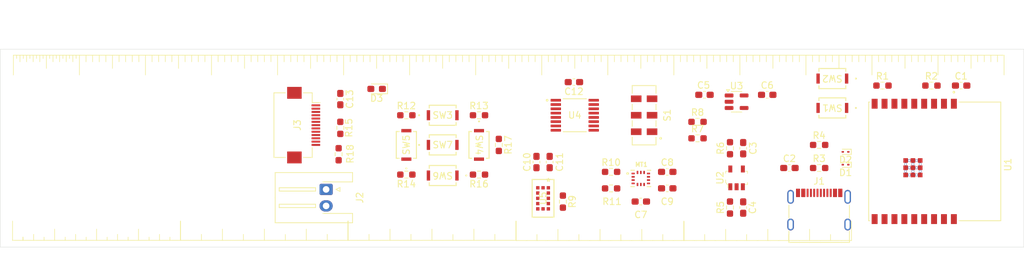
<source format=kicad_pcb>
(kicad_pcb (version 20240108) (generator "pcbnew") (generator_version "8.0")
  (layers (0 "F.Cu" signal) (31 "B.Cu" signal) (34 "B.Paste" user) (35 "F.Paste" user) (36 "B.SilkS" user "B.Silkscreen") (37 "F.SilkS" user "F.Silkscreen") (38 "B.Mask" user) (39 "F.Mask" user) (44 "Edge.Cuts" user))
  (net 0 "")
  (net 1 "GND")
  (net 2 "EN")
  (net 3 "+3.3V")
  (net 4 "+5V")
  (net 5 "Vbat+")
  (net 6 "+3V3")
  (net 7 "AVDD")
  (net 8 "USB_D-")
  (net 9 "USB_D+")
  (net 10 "Net-(D3-K)")
  (net 11 "Net-(J1-CC1)")
  (net 13 "Net-(J1-CC2)")
  (net 15 "RESET_Ecran")
  (net 16 "CS_Ecran")
  (net 17 "SPI_CLK")
  (net 18 "Touch0")
  (net 19 "RS")
  (net 20 "SPI_MOSI")
  (net 21 "Touch1")
  (net 23 "Net-(J3-LEDA)")
  (net 31 "SDA")
  (net 32 "SCL")
  (net 35 "Net-(U2-STAT)")
  (net 36 "Net-(U2-PROG)")
  (net 37 "Val_Bat")
  (net 38 "XSHUT")
  (net 39 "Button1")
  (net 40 "Button2")
  (net 41 "Button3")
  (net 42 "Button4")
  (net 43 "Button5")
  (net 47 "INT_IO_Extender")
  (net 50 "IO7")
  (net 51 "IO8")
  (net 54 "Vin")
  (footprint "digikey-footprints:SOT-753" (layer "F.Cu") (at 210 142)
    (property "Reference" "U2" (at -2.5 0 90) (layer "F.SilkS"))
    (property "Value" "MCP73831T-2ACI_OT")
    (pad "1" smd rect (at -0.95 1.35) (size 0.6 1.05) (layers "F.Cu" "F.Paste" "F.Mask") (net 35 "Net-(U2-STAT)"))
    (pad "2" smd rect (at 0 1.35) (size 0.6 1.05) (layers "F.Cu" "F.Paste" "F.Mask") (net 1 "GND"))
    (pad "3" smd rect (at 0.95 1.35) (size 0.6 1.05) (layers "F.Cu" "F.Paste" "F.Mask") (net 5 "Vbat+"))
    (pad "4" smd rect (at 0.95 -1.35) (size 0.6 1.05) (layers "F.Cu" "F.Paste" "F.Mask") (net 4 "+5V"))
    (pad "5" smd rect (at -0.95 -1.35) (size 0.6 1.05) (layers "F.Cu" "F.Paste" "F.Mask") (net 36 "Net-(U2-PROG)"))
  )
  (footprint "Resistor_SMD:R_0603_1608Metric_Pad0.98x0.95mm_HandSolder" (layer "F.Cu") (at 150 134.4125 -90)
    (property "Reference" "R15" (at 0 -1.3 90) (layer "F.SilkS"))
    (property "Value" "10 k")
    (pad "1" smd roundrect (at -0.9125 0 270) (size 0.975 0.95) (layers "F.Cu" "F.Paste" "F.Mask") (net 3 "+3.3V"))
    (pad "2" smd roundrect (at 0.9125 0 270) (size 0.975 0.95) (layers "F.Cu" "F.Paste" "F.Mask") (net 16 "CS_Ecran"))
  )
  (footprint "Resistor_SMD:R_0603_1608Metric_Pad0.98x0.95mm_HandSolder" (layer "F.Cu") (at 239.5 128)
    (property "Reference" "R2" (at 0 -1.43 0) (layer "F.SilkS"))
    (property "Value" "10K")
    (pad "1" smd roundrect (at -0.9125 0) (size 0.975 0.95) (layers "F.Cu" "F.Paste" "F.Mask") (net 2 "EN"))
    (pad "2" smd roundrect (at 0.9125 0) (size 0.975 0.95) (layers "F.Cu" "F.Paste" "F.Mask") (net 3 "+3.3V"))
  )
  (footprint "Resistor_SMD:R_0603_1608Metric_Pad0.98x0.95mm_HandSolder" (layer "F.Cu") (at 204.0875 136)
    (property "Reference" "R7" (at 0 -1.43 0) (layer "F.SilkS"))
    (property "Value" "100k")
    (pad "1" smd roundrect (at -0.9125 0) (size 0.975 0.95) (layers "F.Cu" "F.Paste" "F.Mask") (net 54 "Vin"))
    (pad "2" smd roundrect (at 0.9125 0) (size 0.975 0.95) (layers "F.Cu" "F.Paste" "F.Mask") (net 37 "Val_Bat"))
  )
  (footprint "CS1213AGF260:SW_CS1213AGF260_CRS" (layer "F.Cu") (at 165.5 141.64 180)
    (property "Reference" "SW6" (at 0 0 180) (layer "F.SilkS"))
    (property "Value" "CS1213AGF260")
    (pad "1" smd rect (at -2.159 0 180) (size 0.508 1.524) (layers "F.Cu" "F.Paste" "F.Mask") (net 42 "Button4"))
    (pad "2" smd rect (at 2.159 0 180) (size 0.508 1.524) (layers "F.Cu" "F.Paste" "F.Mask") (net 1 "GND"))
  )
  (footprint "Capacitor_SMD:C_0603_1608Metric_Pad1.08x0.95mm_HandSolder" (layer "F.Cu") (at 205.1375 129.4 180)
    (property "Reference" "C5" (at 0.1375 1.45 0) (layer "F.SilkS"))
    (property "Value" "1uF")
    (pad "1" smd roundrect (at -0.8625 0 180) (size 1.075 0.95) (layers "F.Cu" "F.Paste" "F.Mask") (net 54 "Vin"))
    (pad "2" smd roundrect (at 0.8625 0 180) (size 1.075 0.95) (layers "F.Cu" "F.Paste" "F.Mask") (net 1 "GND"))
  )
  (footprint "Capacitor_SMD:C_0603_1608Metric_Pad1.08x0.95mm_HandSolder" (layer "F.Cu") (at 211 137.5 90)
    (property "Reference" "C3" (at 0 1.5 90) (layer "F.SilkS"))
    (property "Value" "4.7uF")
    (pad "1" smd roundrect (at -0.8625 0 90) (size 1.075 0.95) (layers "F.Cu" "F.Paste" "F.Mask") (net 4 "+5V"))
    (pad "2" smd roundrect (at 0.8625 0 90) (size 1.075 0.95) (layers "F.Cu" "F.Paste" "F.Mask") (net 1 "GND"))
  )
  (footprint "Capacitor_SMD:C_0603_1608Metric_Pad1.08x0.95mm_HandSolder" (layer "F.Cu") (at 199.5 141.0875)
    (property "Reference" "C8" (at 0 -1.43 0) (layer "F.SilkS"))
    (property "Value" "0.1uF")
    (pad "1" smd roundrect (at -0.8625 0) (size 1.075 0.95) (layers "F.Cu" "F.Paste" "F.Mask") (net 3 "+3.3V"))
    (pad "2" smd roundrect (at 0.8625 0) (size 1.075 0.95) (layers "F.Cu" "F.Paste" "F.Mask") (net 1 "GND"))
  )
  (footprint "CS1213AGF260:SW_CS1213AGF260_CRS" (layer "F.Cu") (at 160 137 90)
    (property "Reference" "SW5" (at 0 0 90) (layer "F.SilkS"))
    (property "Value" "CS1213AGF260")
    (pad "1" smd rect (at -2.159 0 90) (size 0.508 1.524) (layers "F.Cu" "F.Paste" "F.Mask") (net 41 "Button3"))
    (pad "2" smd rect (at 2.159 0 90) (size 0.508 1.524) (layers "F.Cu" "F.Paste" "F.Mask") (net 1 "GND"))
  )
  (footprint "Resistor_SMD:R_0603_1608Metric_Pad0.98x0.95mm_HandSolder" (layer "F.Cu") (at 222.5 137)
    (property "Reference" "R4" (at 0 -1.43 0) (layer "F.SilkS"))
    (property "Value" "5K1")
    (pad "1" smd roundrect (at -0.9125 0) (size 0.975 0.95) (layers "F.Cu" "F.Paste" "F.Mask") (net 11 "Net-(J1-CC1)"))
    (pad "2" smd roundrect (at 0.9125 0) (size 0.975 0.95) (layers "F.Cu" "F.Paste" "F.Mask") (net 1 "GND"))
  )
  (footprint "Resistor_SMD:R_0603_1608Metric_Pad0.98x0.95mm_HandSolder" (layer "F.Cu") (at 171 141.5 180)
    (property "Reference" "R16" (at 0 -1.43 180) (layer "F.SilkS"))
    (property "Value" "10 k")
    (pad "1" smd roundrect (at -0.9125 0 180) (size 0.975 0.95) (layers "F.Cu" "F.Paste" "F.Mask") (net 3 "+3.3V"))
    (pad "2" smd roundrect (at 0.9125 0 180) (size 0.975 0.95) (layers "F.Cu" "F.Paste" "F.Mask") (net 42 "Button4"))
  )
  (footprint "CS1213AGF260:SW_CS1213AGF260_CRS" (layer "F.Cu") (at 224.5 126.9356 180)
    (property "Reference" "SW2" (at 0 0 180) (layer "F.SilkS"))
    (property "Value" "CS1213AGF260")
    (pad "1" smd rect (at -2.159 0 180) (size 0.508 1.524) (layers "F.Cu" "F.Paste" "F.Mask") (net 2 "EN"))
    (pad "2" smd rect (at 2.159 0 180) (size 0.508 1.524) (layers "F.Cu" "F.Paste" "F.Mask") (net 1 "GND"))
  )
  (footprint "Diode_SMD:D_SOD-923" (layer "F.Cu") (at 226.5 140 180)
    (property "Reference" "D1" (at 0 -1.2 180) (layer "F.SilkS"))
    (property "Value" "D_Zener")
    (pad "1" smd roundrect (at -0.42 0) (size 0.36 0.25) (layers "F.Cu" "F.Paste" "F.Mask") (net 8 "USB_D-"))
    (pad "2" smd roundrect (at 0.42 0) (size 0.36 0.25) (layers "F.Cu" "F.Paste" "F.Mask") (net 1 "GND"))
  )
  (footprint "CS1213AGF260:SW_CS1213AGF260_CRS" (layer "F.Cu") (at 171 137 -90)
    (property "Reference" "SW4" (at 0 0 -90) (layer "F.SilkS"))
    (property "Value" "CS1213AGF260")
    (pad "1" smd rect (at -2.159 0 270) (size 0.508 1.524) (layers "F.Cu" "F.Paste" "F.Mask") (net 40 "Button2"))
    (pad "2" smd rect (at 2.159 0 270) (size 0.508 1.524) (layers "F.Cu" "F.Paste" "F.Mask") (net 1 "GND"))
  )
  (footprint "CS1213AGF260:SW_CS1213AGF260_CRS" (layer "F.Cu") (at 165.5 132.5)
    (property "Reference" "SW3" (at 0 0 0) (layer "F.SilkS"))
    (property "Value" "CS1213AGF260")
    (pad "1" smd rect (at -2.159 0) (size 0.508 1.524) (layers "F.Cu" "F.Paste" "F.Mask") (net 39 "Button1"))
    (pad "2" smd rect (at 2.159 0) (size 0.508 1.524) (layers "F.Cu" "F.Paste" "F.Mask") (net 1 "GND"))
  )
  (footprint "Resistor_SMD:R_0603_1608Metric_Pad0.98x0.95mm_HandSolder" (layer "F.Cu") (at 209 137.5 90)
    (property "Reference" "R6" (at 0 -1.43 90) (layer "F.SilkS"))
    (property "Value" "2k")
    (pad "1" smd roundrect (at -0.9125 0 90) (size 0.975 0.95) (layers "F.Cu" "F.Paste" "F.Mask") (net 36 "Net-(U2-PROG)"))
    (pad "2" smd roundrect (at 0.9125 0 90) (size 0.975 0.95) (layers "F.Cu" "F.Paste" "F.Mask") (net 1 "GND"))
  )
  (footprint "Resistor_SMD:R_0603_1608Metric_Pad0.98x0.95mm_HandSolder" (layer "F.Cu") (at 209 146.5 90)
    (property "Reference" "R5" (at 0 -1.43 90) (layer "F.SilkS"))
    (property "Value" "470")
    (pad "1" smd roundrect (at -0.9125 0 90) (size 0.975 0.95) (layers "F.Cu" "F.Paste" "F.Mask") (net 10 "Net-(D3-K)"))
    (pad "2" smd roundrect (at 0.9125 0 90) (size 0.975 0.95) (layers "F.Cu" "F.Paste" "F.Mask") (net 35 "Net-(U2-STAT)"))
  )
  (footprint "Resistor_SMD:R_0603_1608Metric_Pad0.98x0.95mm_HandSolder" (layer "F.Cu") (at 160 132.5)
    (property "Reference" "R12" (at 0 -1.43 0) (layer "F.SilkS"))
    (property "Value" "10 k")
    (pad "1" smd roundrect (at -0.9125 0) (size 0.975 0.95) (layers "F.Cu" "F.Paste" "F.Mask") (net 3 "+3.3V"))
    (pad "2" smd roundrect (at 0.9125 0) (size 0.975 0.95) (layers "F.Cu" "F.Paste" "F.Mask") (net 39 "Button1"))
  )
  (footprint "Capacitor_SMD:C_0603_1608Metric_Pad1.08x0.95mm_HandSolder" (layer "F.Cu") (at 218 140.5)
    (property "Reference" "C2" (at 0 -1.43 0) (layer "F.SilkS"))
    (property "Value" "1uF")
    (pad "1" smd roundrect (at -0.8625 0) (size 1.075 0.95) (layers "F.Cu" "F.Paste" "F.Mask") (net 3 "+3.3V"))
    (pad "2" smd roundrect (at 0.8625 0) (size 1.075 0.95) (layers "F.Cu" "F.Paste" "F.Mask") (net 1 "GND"))
  )
  (footprint "Diode_SMD:D_SOD-923" (layer "F.Cu") (at 226.5 138.05 180)
    (property "Reference" "D2" (at 0 -1.2 180) (layer "F.SilkS"))
    (property "Value" "D_Zener")
    (pad "1" smd roundrect (at -0.42 0) (size 0.36 0.25) (layers "F.Cu" "F.Paste" "F.Mask") (net 9 "USB_D+"))
    (pad "2" smd roundrect (at 0.42 0) (size 0.36 0.25) (layers "F.Cu" "F.Paste" "F.Mask") (net 1 "GND"))
  )
  (footprint "JS202011JCQN:SW_JS202011JCQN" (layer "F.Cu") (at 196 132.5 180)
    (property "Reference" "S1" (at -3.5 0 90) (layer "F.SilkS"))
    (property "Value" "JS202011JCQN")
    (pad "1" smd rect (at -1.2 -2.5 180) (size 1.6 1) (layers "F.Cu" "F.Paste" "F.Mask"))
    (pad "2" smd rect (at -1.2 0 180) (size 1.6 1) (layers "F.Cu" "F.Paste" "F.Mask") (net 5 "Vbat+"))
    (pad "3" smd rect (at -1.2 2.5 180) (size 1.6 1) (layers "F.Cu" "F.Paste" "F.Mask") (net 54 "Vin"))
    (pad "5" smd rect (at 1.2 -2.5 180) (size 1.6 1) (layers "F.Cu" "F.Paste" "F.Mask"))
    (pad "6" smd rect (at 1.2 0 180) (size 1.6 1) (layers "F.Cu" "F.Paste" "F.Mask") (net 5 "Vbat+"))
    (pad "7" smd rect (at 1.2 2.5 180) (size 1.6 1) (layers "F.Cu" "F.Paste" "F.Mask") (net 54 "Vin"))
  )
  (footprint "Capacitor_SMD:C_0603_1608Metric_Pad1.08x0.95mm_HandSolder" (layer "F.Cu") (at 195.5 145.5875)
    (property "Reference" "C7" (at 0 2 0) (layer "F.SilkS"))
    (property "Value" "10nF")
    (pad "1" smd roundrect (at -0.8625 0) (size 1.075 0.95) (layers "F.Cu" "F.Paste" "F.Mask") (net 3 "+3.3V"))
    (pad "2" smd roundrect (at 0.8625 0) (size 1.075 0.95) (layers "F.Cu" "F.Paste" "F.Mask") (net 1 "GND"))
  )
  (footprint "Capacitor_SMD:C_0603_1608Metric_Pad1.08x0.95mm_HandSolder" (layer "F.Cu") (at 181.700027 139.599999 90)
    (property "Reference" "C11" (at 0 1.5 90) (layer "F.SilkS"))
    (property "Value" "4.7 uF")
    (pad "1" smd roundrect (at -0.8625 0 90) (size 1.075 0.95) (layers "F.Cu" "F.Paste" "F.Mask") (net 7 "AVDD"))
    (pad "2" smd roundrect (at 0.8625 0 90) (size 1.075 0.95) (layers "F.Cu" "F.Paste" "F.Mask") (net 1 "GND"))
  )
  (footprint "Capacitor_SMD:C_0603_1608Metric_Pad1.08x0.95mm_HandSolder" (layer "F.Cu") (at 211 146.5 -90)
    (property "Reference" "C4" (at 0 -1.43 90) (layer "F.SilkS"))
    (property "Value" "4.7uF")
    (pad "1" smd roundrect (at -0.8625 0 270) (size 1.075 0.95) (layers "F.Cu" "F.Paste" "F.Mask") (net 5 "Vbat+"))
    (pad "2" smd roundrect (at 0.8625 0 270) (size 1.075 0.95) (layers "F.Cu" "F.Paste" "F.Mask") (net 1 "GND"))
  )
  (footprint "Capacitor_SMD:C_0603_1608Metric_Pad1.08x0.95mm_HandSolder" (layer "F.Cu") (at 179.700027 139.599999 90)
    (property "Reference" "C10" (at 0 -1.43 90) (layer "F.SilkS"))
    (property "Value" "100nF")
    (pad "1" smd roundrect (at -0.8625 0 90) (size 1.075 0.95) (layers "F.Cu" "F.Paste" "F.Mask") (net 7 "AVDD"))
    (pad "2" smd roundrect (at 0.8625 0 90) (size 1.075 0.95) (layers "F.Cu" "F.Paste" "F.Mask") (net 1 "GND"))
  )
  (footprint "Resistor_SMD:R_0603_1608Metric_Pad0.98x0.95mm_HandSolder" (layer "F.Cu") (at 191 143.5975)
    (property "Reference" "R11" (at 0.1375 1.99 180) (layer "F.SilkS"))
    (property "Value" "10 k")
    (pad "1" smd roundrect (at -0.9125 0) (size 0.975 0.95) (layers "F.Cu" "F.Paste" "F.Mask") (net 3 "+3.3V"))
    (pad "2" smd roundrect (at 0.9125 0) (size 0.975 0.95) (layers "F.Cu" "F.Paste" "F.Mask") (net 32 "SCL"))
  )
  (footprint "VL53L4CXV0DH/1:LGA12_STM" (layer "F.Cu") (at 180.700027 145.099999)
    (property "Reference" "U5" (at 0 0 90) (layer "F.SilkS"))
    (property "Value" "VL53L4CXV0DH/1")
    (fp_text user "*" (at 0.799973 -2.4765 0) (layer "F.SilkS"))
    (fp_text user "*" (at 0.799973 -2.4765 360) (layer "F.SilkS"))
    (pad "1" smd rect (at 0.799973 -1.599999 90) (size 0.508 0.508) (layers "F.Cu" "F.Paste" "F.Mask") (net 7 "AVDD"))
    (pad "2" smd rect (at 0.799973 -0.800001 90) (size 0.508 0.508) (layers "F.Cu" "F.Paste" "F.Mask") (net 1 "GND"))
    (pad "3" smd rect (at 0.799973 0 90) (size 0.508 0.508) (layers "F.Cu" "F.Paste" "F.Mask") (net 1 "GND"))
    (pad "4" smd rect (at 0.799973 0.800001 90) (size 0.508 0.508) (layers "F.Cu" "F.Paste" "F.Mask") (net 1 "GND"))
    (pad "5" smd rect (at 0.799973 1.599999 90) (size 0.508 0.508) (layers "F.Cu" "F.Paste" "F.Mask") (net 38 "XSHUT"))
    (pad "6" smd rect (at 0 1.599946) (size 0.508 0.508) (layers "F.Cu" "F.Paste" "F.Mask") (net 1 "GND"))
    (pad "7" smd rect (at -0.799973 1.599999 90) (size 0.508 0.508) (layers "F.Cu" "F.Paste" "F.Mask"))
    (pad "8" smd rect (at -0.799973 0.800001 90) (size 0.508 0.508) (layers "F.Cu" "F.Paste" "F.Mask"))
    (pad "9" smd rect (at -0.799973 0 90) (size 0.508 0.508) (layers "F.Cu" "F.Paste" "F.Mask") (net 31 "SDA"))
    (pad "10" smd rect (at -0.799973 -0.800001 90) (size 0.508 0.508) (layers "F.Cu" "F.Paste" "F.Mask") (net 32 "SCL"))
    (pad "11" smd rect (at -0.799973 -1.599999 90) (size 0.508 0.508) (layers "F.Cu" "F.Paste" "F.Mask") (net 7 "AVDD"))
    (pad "12" smd rect (at 0 -1.599946) (size 0.508 0.508) (layers "F.Cu" "F.Paste" "F.Mask") (net 1 "GND"))
  )
  (footprint "Resistor_SMD:R_0603_1608Metric_Pad0.98x0.95mm_HandSolder" (layer "F.Cu") (at 174 137 -90)
    (property "Reference" "R17" (at 0 -1.43 90) (layer "F.SilkS"))
    (property "Value" "10 k")
    (pad "1" smd roundrect (at -0.9125 0 270) (size 0.975 0.95) (layers "F.Cu" "F.Paste" "F.Mask") (net 3 "+3.3V"))
    (pad "2" smd roundrect (at 0.9125 0 270) (size 0.975 0.95) (layers "F.Cu" "F.Paste" "F.Mask") (net 43 "Button5"))
  )
  (footprint "CS1213AGF260:SW_CS1213AGF260_CRS" (layer "F.Cu") (at 165.5 137)
    (property "Reference" "SW7" (at 0 0 0) (layer "F.SilkS"))
    (property "Value" "CS1213AGF260")
    (pad "1" smd rect (at -2.159 0) (size 0.508 1.524) (layers "F.Cu" "F.Paste" "F.Mask") (net 43 "Button5"))
    (pad "2" smd rect (at 2.159 0) (size 0.508 1.524) (layers "F.Cu" "F.Paste" "F.Mask") (net 1 "GND"))
  )
  (footprint "IMU:XDCR_ICM-42670-P" (layer "F.Cu") (at 195.5 142.0875)
    (property "Reference" "MT1" (at 0.082 -2.1064 0) (layer "F.SilkS") (effects (font (size 0.64 0.64))))
    (property "Value" "ICM-42670-P")
    (pad "1" smd rect (at -1.1625 -0.75) (size 0.475 0.25) (layers "F.Cu"))
    (pad "2" smd rect (at -1.1625 -0.25) (size 0.475 0.25) (layers "F.Cu"))
    (pad "3" smd rect (at -1.1625 0.25) (size 0.475 0.25) (layers "F.Cu"))
    (pad "4" smd rect (at -1.1625 0.75) (size 0.475 0.25) (layers "F.Cu"))
    (pad "5" smd rect (at -0.5 0.9125) (size 0.25 0.475) (layers "F.Cu") (net 3 "+3.3V"))
    (pad "6" smd rect (at 0 0.9125) (size 0.25 0.475) (layers "F.Cu") (net 1 "GND"))
    (pad "7" smd rect (at 0.5 0.9125) (size 0.25 0.475) (layers "F.Cu"))
    (pad "8" smd rect (at 1.1625 0.75) (size 0.475 0.25) (layers "F.Cu") (net 3 "+3.3V"))
    (pad "9" smd rect (at 1.1625 0.25) (size 0.475 0.25) (layers "F.Cu"))
    (pad "10" smd rect (at 1.1625 -0.25) (size 0.475 0.25) (layers "F.Cu"))
    (pad "11" smd rect (at 1.1625 -0.75) (size 0.475 0.25) (layers "F.Cu"))
    (pad "12" smd rect (at 0.5 -0.9125) (size 0.25 0.475) (layers "F.Cu"))
    (pad "13" smd rect (at 0 -0.9125) (size 0.25 0.475) (layers "F.Cu") (net 32 "SCL"))
    (pad "14" smd rect (at -0.5 -0.9125) (size 0.25 0.475) (layers "F.Cu") (net 31 "SDA"))
  )
  (footprint "Capacitor_SMD:C_0603_1608Metric_Pad1.08x0.95mm_HandSolder" (layer "F.Cu") (at 185.37 127.475 180)
    (property "Reference" "C12" (at 0 -1.43 0) (layer "F.SilkS"))
    (property "Value" "1uF")
    (pad "1" smd roundrect (at -0.8625 0 180) (size 1.075 0.95) (layers "F.Cu" "F.Paste" "F.Mask") (net 3 "+3.3V"))
    (pad "2" smd roundrect (at 0.8625 0 180) (size 1.075 0.95) (layers "F.Cu" "F.Paste" "F.Mask") (net 1 "GND"))
  )
  (footprint "Resistor_SMD:R_0603_1608Metric_Pad0.98x0.95mm_HandSolder" (layer "F.Cu") (at 232.0875 128)
    (property "Reference" "R1" (at 0 -1.43 0) (layer "F.SilkS"))
    (property "Value" "10K")
    (pad "1" smd roundrect (at -0.9125 0) (size 0.975 0.95) (layers "F.Cu" "F.Paste" "F.Mask") (net 15 "RESET_Ecran"))
    (pad "2" smd roundrect (at 0.9125 0) (size 0.975 0.95) (layers "F.Cu" "F.Paste" "F.Mask") (net 3 "+3.3V"))
  )
  (footprint "Resistor_SMD:R_0603_1608Metric_Pad0.98x0.95mm_HandSolder" (layer "F.Cu") (at 171 132.5)
    (property "Reference" "R13" (at 0 -1.43 0) (layer "F.SilkS"))
    (property "Value" "10 k")
    (pad "1" smd roundrect (at -0.9125 0) (size 0.975 0.95) (layers "F.Cu" "F.Paste" "F.Mask") (net 3 "+3.3V"))
    (pad "2" smd roundrect (at 0.9125 0) (size 0.975 0.95) (layers "F.Cu" "F.Paste" "F.Mask") (net 40 "Button2"))
  )
  (footprint "Capacitor_SMD:C_0603_1608Metric_Pad1.08x0.95mm_HandSolder" (layer "F.Cu") (at 150 130.05 -90)
    (property "Reference" "C13" (at 0 -1.43 90) (layer "F.SilkS"))
    (property "Value" "1uF")
    (pad "1" smd roundrect (at -0.8625 0 270) (size 1.075 0.95) (layers "F.Cu" "F.Paste" "F.Mask") (net 3 "+3.3V"))
    (pad "2" smd roundrect (at 0.8625 0 270) (size 1.075 0.95) (layers "F.Cu" "F.Paste" "F.Mask") (net 1 "GND"))
  )
  (footprint "Capacitor_SMD:C_0603_1608Metric_Pad1.08x0.95mm_HandSolder" (layer "F.Cu") (at 244 128)
    (property "Reference" "C1" (at 0 -1.43 0) (layer "F.SilkS"))
    (property "Value" "1uF")
    (pad "1" smd roundrect (at -0.8625 0) (size 1.075 0.95) (layers "F.Cu" "F.Paste" "F.Mask") (net 2 "EN"))
    (pad "2" smd roundrect (at 0.8625 0) (size 1.075 0.95) (layers "F.Cu" "F.Paste" "F.Mask") (net 1 "GND"))
  )
  (footprint "Resistor_SMD:R_0603_1608Metric_Pad0.98x0.95mm_HandSolder" (layer "F.Cu") (at 183.700027 145.599999 -90)
    (property "Reference" "R9" (at 0 -1.43 90) (layer "F.SilkS"))
    (property "Value" "10 k")
    (pad "1" smd roundrect (at -0.9125 0 270) (size 0.975 0.95) (layers "F.Cu" "F.Paste" "F.Mask") (net 3 "+3.3V"))
    (pad "2" smd roundrect (at 0.9125 0 270) (size 0.975 0.95) (layers "F.Cu" "F.Paste" "F.Mask") (net 38 "XSHUT"))
  )
  (footprint "LED_SMD:LED_0603_1608Metric_Pad1.05x0.95mm_HandSolder" (layer "F.Cu") (at 155.5 128.5 180)
    (property "Reference" "D3" (at 0 -1.43 0) (layer "F.SilkS"))
    (property "Value" "LED_Small")
    (pad "1" smd roundrect (at -0.875 0 180) (size 1.05 0.95) (layers "F.Cu" "F.Paste" "F.Mask") (net 10 "Net-(D3-K)"))
    (pad "2" smd roundrect (at 0.875 0 180) (size 1.05 0.95) (layers "F.Cu" "F.Paste" "F.Mask") (net 4 "+5V"))
  )
  (footprint "Resistor_SMD:R_0603_1608Metric_Pad0.98x0.95mm_HandSolder" (layer "F.Cu") (at 160 141.5 180)
    (property "Reference" "R14" (at 0 -1.43 0) (layer "F.SilkS"))
    (property "Value" "10 k")
    (pad "1" smd roundrect (at -0.9125 0 180) (size 0.975 0.95) (layers "F.Cu" "F.Paste" "F.Mask") (net 3 "+3.3V"))
    (pad "2" smd roundrect (at 0.9125 0 180) (size 0.975 0.95) (layers "F.Cu" "F.Paste" "F.Mask") (net 41 "Button3"))
  )
  (footprint "CS1213AGF260:SW_CS1213AGF260_CRS" (layer "F.Cu") (at 224.5 131.39 180)
    (property "Reference" "SW1" (at 0 0 180) (layer "F.SilkS"))
    (property "Value" "CS1213AGF260")
    (pad "1" smd rect (at -2.159 0 180) (size 0.508 1.524) (layers "F.Cu" "F.Paste" "F.Mask") (net 15 "RESET_Ecran"))
    (pad "2" smd rect (at 2.159 0 180) (size 0.508 1.524) (layers "F.Cu" "F.Paste" "F.Mask") (net 1 "GND"))
  )
  (footprint "Capacitor_SMD:C_0603_1608Metric_Pad1.08x0.95mm_HandSolder" (layer "F.Cu") (at 214.6375 129.4)
    (property "Reference" "C6" (at 0 -1.43 0) (layer "F.SilkS"))
    (property "Value" "1uF")
    (pad "1" smd roundrect (at -0.8625 0) (size 1.075 0.95) (layers "F.Cu" "F.Paste" "F.Mask") (net 6 "+3V3"))
    (pad "2" smd roundrect (at 0.8625 0) (size 1.075 0.95) (layers "F.Cu" "F.Paste" "F.Mask") (net 1 "GND"))
  )
  (footprint "Connector_JST:JST_XH_S2B-XH-A-1_1x02_P2.50mm_Horizontal" (layer "F.Cu") (at 147.85 143.75 -90)
    (property "Reference" "J2" (at 1.25 -5.1 90) (layer "F.SilkS"))
    (property "Value" "S2B-XH-A-1LFSN")
    (pad "1" thru_hole roundrect (at 0 0 270) (size 1.7 2) (drill 1) (layers "*.Cu" "*.Mask") (roundrect_rratio 0.147059) (net 5 "Vbat+"))
    (pad "2" thru_hole oval (at 2.5 0 270) (size 1.7 2) (drill 1) (layers "*.Cu" "*.Mask") (net 1 "GND"))
  )
  (footprint "Connector_FFC-FPC:Hirose_FH12-13S-0.5SH_1x13-1MP_P0.50mm_Horizontal" (layer "F.Cu") (at 144.45 134 -90)
    (property "Reference" "J3" (at 0 0.95 90) (layer "F.SilkS"))
    (property "Value" "~")
    (pad "1" smd rect (at -3 -1.85 270) (size 0.3 1.3) (layers "F.Cu" "F.Paste" "F.Mask") (net 18 "Touch0"))
    (pad "2" smd rect (at -2.5 -1.85 270) (size 0.3 1.3) (layers "F.Cu" "F.Paste" "F.Mask") (net 21 "Touch1"))
    (pad "3" smd rect (at -2 -1.85 270) (size 0.3 1.3) (layers "F.Cu" "F.Paste" "F.Mask") (net 20 "SPI_MOSI"))
    (pad "4" smd rect (at -1.5 -1.85 270) (size 0.3 1.3) (layers "F.Cu" "F.Paste" "F.Mask") (net 17 "SPI_CLK"))
    (pad "5" smd rect (at -1 -1.85 270) (size 0.3 1.3) (layers "F.Cu" "F.Paste" "F.Mask") (net 19 "RS"))
    (pad "6" smd rect (at -0.5 -1.85 270) (size 0.3 1.3) (layers "F.Cu" "F.Paste" "F.Mask") (net 15 "RESET_Ecran"))
    (pad "7" smd rect (at 0 -1.85 270) (size 0.3 1.3) (layers "F.Cu" "F.Paste" "F.Mask") (net 16 "CS_Ecran"))
    (pad "8" smd rect (at 0.5 -1.85 270) (size 0.3 1.3) (layers "F.Cu" "F.Paste" "F.Mask") (net 1 "GND"))
    (pad "9" smd rect (at 1 -1.85 270) (size 0.3 1.3) (layers "F.Cu" "F.Paste" "F.Mask"))
    (pad "10" smd rect (at 1.5 -1.85 270) (size 0.3 1.3) (layers "F.Cu" "F.Paste" "F.Mask") (net 3 "+3.3V"))
    (pad "11" smd rect (at 2 -1.85 270) (size 0.3 1.3) (layers "F.Cu" "F.Paste" "F.Mask") (net 1 "GND"))
    (pad "12" smd rect (at 2.5 -1.85 270) (size 0.3 1.3) (layers "F.Cu" "F.Paste" "F.Mask") (net 23 "Net-(J3-LEDA)"))
    (pad "13" smd rect (at 3 -1.85 270) (size 0.3 1.3) (layers "F.Cu" "F.Paste" "F.Mask") (net 1 "GND"))
    (pad "MP" smd rect (at -4.9 1.4 270) (size 1.8 2.2) (layers "F.Cu" "F.Paste" "F.Mask"))
    (pad "MP" smd rect (at 4.9 1.4 270) (size 1.8 2.2) (layers "F.Cu" "F.Paste" "F.Mask"))
  )
  (footprint "Resistor_SMD:R_0603_1608Metric_Pad0.98x0.95mm_HandSolder" (layer "F.Cu") (at 191 141.0875)
    (property "Reference" "R10" (at 0 -1.43 0) (layer "F.SilkS"))
    (property "Value" "10 k")
    (pad "1" smd roundrect (at -0.9125 0) (size 0.975 0.95) (layers "F.Cu" "F.Paste" "F.Mask") (net 3 "+3.3V"))
    (pad "2" smd roundrect (at 0.9125 0) (size 0.975 0.95) (layers "F.Cu" "F.Paste" "F.Mask") (net 31 "SDA"))
  )
  (footprint "TCA9534PWR:SOP65P640X120-16N" (layer "F.Cu") (at 185.5 132.5)
    (property "Reference" "U4" (at 0 0 0) (layer "F.SilkS"))
    (property "Value" "TCA9534PWR")
    (pad "1" smd roundrect (at -2.87 -2.275) (size 1.57 0.41) (layers "F.Cu" "F.Paste" "F.Mask") (roundrect_rratio 0.125) (net 1 "GND"))
    (pad "2" smd roundrect (at -2.87 -1.625) (size 1.57 0.41) (layers "F.Cu" "F.Paste" "F.Mask") (roundrect_rratio 0.125) (net 1 "GND"))
    (pad "3" smd roundrect (at -2.87 -0.975) (size 1.57 0.41) (layers "F.Cu" "F.Paste" "F.Mask") (roundrect_rratio 0.125) (net 1 "GND"))
    (pad "4" smd roundrect (at -2.87 -0.325) (size 1.57 0.41) (layers "F.Cu" "F.Paste" "F.Mask") (roundrect_rratio 0.125) (net 38 "XSHUT"))
    (pad "5" smd roundrect (at -2.87 0.325) (size 1.57 0.41) (layers "F.Cu" "F.Paste" "F.Mask") (roundrect_rratio 0.125) (net 39 "Button1"))
    (pad "6" smd roundrect (at -2.87 0.975) (size 1.57 0.41) (layers "F.Cu" "F.Paste" "F.Mask") (roundrect_rratio 0.125) (net 40 "Button2"))
    (pad "7" smd roundrect (at -2.87 1.625) (size 1.57 0.41) (layers "F.Cu" "F.Paste" "F.Mask") (roundrect_rratio 0.125) (net 41 "Button3"))
    (pad "8" smd roundrect (at -2.87 2.275) (size 1.57 0.41) (layers "F.Cu" "F.Paste" "F.Mask") (roundrect_rratio 0.125) (net 1 "GND"))
    (pad "9" smd roundrect (at 2.87 2.275) (size 1.57 0.41) (layers "F.Cu" "F.Paste" "F.Mask") (roundrect_rratio 0.125) (net 42 "Button4"))
    (pad "10" smd roundrect (at 2.87 1.625) (size 1.57 0.41) (layers "F.Cu" "F.Paste" "F.Mask") (roundrect_rratio 0.125) (net 43 "Button5"))
    (pad "11" smd roundrect (at 2.87 0.975) (size 1.57 0.41) (layers "F.Cu" "F.Paste" "F.Mask") (roundrect_rratio 0.125) (net 50 "IO7"))
    (pad "12" smd roundrect (at 2.87 0.325) (size 1.57 0.41) (layers "F.Cu" "F.Paste" "F.Mask") (roundrect_rratio 0.125) (net 51 "IO8"))
    (pad "13" smd roundrect (at 2.87 -0.325) (size 1.57 0.41) (layers "F.Cu" "F.Paste" "F.Mask") (roundrect_rratio 0.125) (net 47 "INT_IO_Extender"))
    (pad "14" smd roundrect (at 2.87 -0.975) (size 1.57 0.41) (layers "F.Cu" "F.Paste" "F.Mask") (roundrect_rratio 0.125) (net 32 "SCL"))
    (pad "15" smd roundrect (at 2.87 -1.625) (size 1.57 0.41) (layers "F.Cu" "F.Paste" "F.Mask") (roundrect_rratio 0.125) (net 31 "SDA"))
    (pad "16" smd roundrect (at 2.87 -2.275) (size 1.57 0.41) (layers "F.Cu" "F.Paste" "F.Mask") (roundrect_rratio 0.125) (net 3 "+3.3V"))
  )
  (footprint "Resistor_SMD:R_0603_1608Metric_Pad0.98x0.95mm_HandSolder" (layer "F.Cu") (at 204.0875 133.5)
    (property "Reference" "R8" (at 0 -1.43 0) (layer "F.SilkS"))
    (property "Value" "300k")
    (pad "1" smd roundrect (at -0.9125 0) (size 0.975 0.95) (layers "F.Cu" "F.Paste" "F.Mask") (net 37 "Val_Bat"))
    (pad "2" smd roundrect (at 0.9125 0) (size 0.975 0.95) (layers "F.Cu" "F.Paste" "F.Mask") (net 1 "GND"))
  )
  (footprint "Capacitor_SMD:C_0603_1608Metric_Pad1.08x0.95mm_HandSolder" (layer "F.Cu") (at 199.5 143.5875)
    (property "Reference" "C9" (at 0 2 0) (layer "F.SilkS"))
    (property "Value" "2.2uF")
    (pad "1" smd roundrect (at -0.8625 0) (size 1.075 0.95) (layers "F.Cu" "F.Paste" "F.Mask") (net 3 "+3.3V"))
    (pad "2" smd roundrect (at 0.8625 0) (size 1.075 0.95) (layers "F.Cu" "F.Paste" "F.Mask") (net 1 "GND"))
  )
  (footprint "ESP32_C3_WROOM_02_H4:MODULE_ESP32-C3-WROOM-02-H4" (layer "F.Cu") (at 240 139.5 -90)
    (property "Reference" "U1" (at 0.5 -11.085 90) (layer "F.SilkS"))
    (property "Value" "ESP32-C3-WROOM-02-H4")
    (pad "1" smd rect (at -8.75 -2.9 270) (size 1.5 0.9) (layers "F.Cu" "F.Paste" "F.Mask") (net 3 "+3.3V"))
    (pad "2" smd rect (at -8.75 -1.4 270) (size 1.5 0.9) (layers "F.Cu" "F.Paste" "F.Mask") (net 2 "EN"))
    (pad "3" smd rect (at -8.75 0.1 270) (size 1.5 0.9) (layers "F.Cu" "F.Paste" "F.Mask") (net 37 "Val_Bat"))
    (pad "4" smd rect (at -8.75 1.6 270) (size 1.5 0.9) (layers "F.Cu" "F.Paste" "F.Mask") (net 20 "SPI_MOSI"))
    (pad "5" smd rect (at -8.75 3.1 270) (size 1.5 0.9) (layers "F.Cu" "F.Paste" "F.Mask") (net 17 "SPI_CLK"))
    (pad "6" smd rect (at -8.75 4.6 270) (size 1.5 0.9) (layers "F.Cu" "F.Paste" "F.Mask") (net 47 "INT_IO_Extender"))
    (pad "7" smd rect (at -8.75 6.1 270) (size 1.5 0.9) (layers "F.Cu" "F.Paste" "F.Mask") (net 19 "RS"))
    (pad "8" smd rect (at -8.75 7.6 270) (size 1.5 0.9) (layers "F.Cu" "F.Paste" "F.Mask") (net 15 "RESET_Ecran"))
    (pad "9" smd rect (at -8.75 9.1 270) (size 1.5 0.9) (layers "F.Cu" "F.Paste" "F.Mask") (net 1 "GND"))
    (pad "10" smd rect (at 8.75 9.1 270) (size 1.5 0.9) (layers "F.Cu" "F.Paste" "F.Mask") (net 16 "CS_Ecran"))
    (pad "11" smd rect (at 8.75 7.6 270) (size 1.5 0.9) (layers "F.Cu" "F.Paste" "F.Mask"))
    (pad "12" smd rect (at 8.75 6.1 270) (size 1.5 0.9) (layers "F.Cu" "F.Paste" "F.Mask"))
    (pad "13" smd rect (at 8.75 4.6 270) (size 1.5 0.9) (layers "F.Cu" "F.Paste" "F.Mask") (net 8 "USB_D-"))
    (pad "14" smd rect (at 8.75 3.1 270) (size 1.5 0.9) (layers "F.Cu" "F.Paste" "F.Mask") (net 9 "USB_D+"))
    (pad "15" smd rect (at 8.75 1.6 270) (size 1.5 0.9) (layers "F.Cu" "F.Paste" "F.Mask") (net 32 "SCL"))
    (pad "16" smd rect (at 8.75 0.1 270) (size 1.5 0.9) (layers "F.Cu" "F.Paste" "F.Mask") (net 31 "SDA"))
    (pad "17" smd rect (at 8.75 -1.4 270) (size 1.5 0.9) (layers "F.Cu" "F.Paste" "F.Mask") (net 21 "Touch1"))
    (pad "18" smd rect (at 8.75 -2.9 270) (size 1.5 0.9) (layers "F.Cu" "F.Paste" "F.Mask") (net 18 "Touch0"))
    (pad "19" smd rect (at -0.14 2.2 270) (size 0.7 0.7) (layers "F.Cu" "F.Paste" "F.Mask") (net 1 "GND"))
    (pad "20" smd rect (at 0.96 2.2 270) (size 0.7 0.7) (layers "F.Cu" "F.Paste" "F.Mask") (net 1 "GND"))
    (pad "21" smd rect (at 2.06 2.2 270) (size 0.7 0.7) (layers "F.Cu" "F.Paste" "F.Mask") (net 1 "GND"))
    (pad "22" smd rect (at -0.14 3.3 270) (size 0.7 0.7) (layers "F.Cu" "F.Paste" "F.Mask") (net 1 "GND"))
    (pad "23" smd rect (at 0.96 3.3 270) (size 0.7 0.7) (layers "F.Cu" "F.Paste" "F.Mask") (net 1 "GND"))
    (pad "24" smd rect (at 2.06 3.3 270) (size 0.7 0.7) (layers "F.Cu" "F.Paste" "F.Mask") (net 1 "GND"))
    (pad "25" smd rect (at -0.14 4.4 270) (size 0.7 0.7) (layers "F.Cu" "F.Paste" "F.Mask") (net 1 "GND"))
    (pad "26" smd rect (at 0.96 4.4 270) (size 0.7 0.7) (layers "F.Cu" "F.Paste" "F.Mask") (net 1 "GND"))
    (pad "27" smd rect (at 2.06 4.4 270) (size 0.7 0.7) (layers "F.Cu" "F.Paste" "F.Mask") (net 1 "GND"))
    (pad "28" thru_hole circle (at 0.41 2.2 270) (size 0.4 0.4) (drill 0.3) (layers "*.Cu") (net 1 "GND"))
    (pad "29" thru_hole circle (at 1.51 2.2 270) (size 0.4 0.4) (drill 0.3) (layers "*.Cu") (net 1 "GND"))
    (pad "30" thru_hole circle (at -0.14 2.75 270) (size 0.4 0.4) (drill 0.3) (layers "*.Cu") (net 1 "GND"))
    (pad "31" thru_hole circle (at 0.96 2.75 270) (size 0.4 0.4) (drill 0.3) (layers "*.Cu") (net 1 "GND"))
    (pad "32" thru_hole circle (at 2.06 2.75 270) (size 0.4 0.4) (drill 0.3) (layers "*.Cu") (net 1 "GND"))
    (pad "33" thru_hole circle (at 0.41 3.3 270) (size 0.4 0.4) (drill 0.3) (layers "*.Cu") (net 1 "GND"))
    (pad "34" thru_hole circle (at 1.51 3.3 270) (size 0.4 0.4) (drill 0.3) (layers "*.Cu") (net 1 "GND"))
    (pad "35" thru_hole circle (at -0.14 3.85 270) (size 0.4 0.4) (drill 0.3) (layers "*.Cu") (net 1 "GND"))
    (pad "36" thru_hole circle (at 0.96 3.85 270) (size 0.4 0.4) (drill 0.3) (layers "*.Cu") (net 1 "GND"))
    (pad "37" thru_hole circle (at 2.06 3.85 270) (size 0.4 0.4) (drill 0.3) (layers "*.Cu") (net 1 "GND"))
    (pad "38" thru_hole circle (at 0.41 4.4 270) (size 0.4 0.4) (drill 0.3) (layers "*.Cu") (net 1 "GND"))
    (pad "39" thru_hole circle (at 1.51 4.4 270) (size 0.4 0.4) (drill 0.3) (layers "*.Cu") (net 1 "GND"))
  )
  (footprint "Package_TO_SOT_SMD:SOT-23-5" (layer "F.Cu") (at 210 130.45)
    (property "Reference" "U3" (at 0 -2.4 0) (layer "F.SilkS"))
    (property "Value" "TLV75533PDBV")
    (pad "1" smd roundrect (at -1.1375 -0.95) (size 1.325 0.6) (layers "F.Cu" "F.Paste" "F.Mask") (net 54 "Vin"))
    (pad "2" smd roundrect (at -1.1375 0) (size 1.325 0.6) (layers "F.Cu" "F.Paste" "F.Mask") (net 1 "GND"))
    (pad "3" smd roundrect (at -1.1375 0.95) (size 1.325 0.6) (layers "F.Cu" "F.Paste" "F.Mask") (net 54 "Vin"))
    (pad "4" smd roundrect (at 1.1375 0.95) (size 1.325 0.6) (layers "F.Cu" "F.Paste" "F.Mask"))
    (pad "5" smd roundrect (at 1.1375 -0.95) (size 1.325 0.6) (layers "F.Cu" "F.Paste" "F.Mask") (net 6 "+3V3"))
  )
  (footprint "Resistor_SMD:R_0603_1608Metric_Pad0.98x0.95mm_HandSolder" (layer "F.Cu") (at 149.7465 138.4125 -90)
    (property "Reference" "R18" (at -0.05 -1.75 90) (layer "F.SilkS"))
    (property "Value" "20 - 25 ohm")
    (pad "1" smd roundrect (at -0.9125 0 270) (size 0.975 0.95) (layers "F.Cu" "F.Paste" "F.Mask") (net 3 "+3.3V"))
    (pad "2" smd roundrect (at 0.9125 0 270) (size 0.975 0.95) (layers "F.Cu" "F.Paste" "F.Mask") (net 23 "Net-(J3-LEDA)"))
  )
  (footprint "Resistor_SMD:R_0603_1608Metric_Pad0.98x0.95mm_HandSolder" (layer "F.Cu") (at 222.5 140.5)
    (property "Reference" "R3" (at 0 -1.43 0) (layer "F.SilkS"))
    (property "Value" "5K1")
    (pad "1" smd roundrect (at -0.9125 0) (size 0.975 0.95) (layers "F.Cu" "F.Paste" "F.Mask") (net 13 "Net-(J1-CC2)"))
    (pad "2" smd roundrect (at 0.9125 0) (size 0.975 0.95) (layers "F.Cu" "F.Paste" "F.Mask") (net 1 "GND"))
  )
  (footprint "Connector_USB:USB_C_Receptacle_G-Switch_GT-USB-7010ASV" (layer "F.Cu") (at 222.5 148)
    (property "Reference" "J1" (at 0 -5.5 0) (layer "F.SilkS"))
    (property "Value" "USB-C")
    (pad "" np_thru_hole circle (at -2.89 -2.605) (size 0.65 0.65) (drill 0.65) (layers "*.Cu" "*.Mask"))
    (pad "" np_thru_hole circle (at 2.89 -2.605) (size 0.65 0.65) (drill 0.65) (layers "*.Cu" "*.Mask"))
    (pad "A1" smd rect (at -3.2 -3.725) (size 0.6 1.24) (layers "F.Cu" "F.Paste" "F.Mask") (net 1 "GND"))
    (pad "A4" smd rect (at -2.4 -3.725) (size 0.6 1.24) (layers "F.Cu" "F.Paste" "F.Mask") (net 4 "+5V"))
    (pad "A5" smd rect (at -1.25 -3.725) (size 0.3 1.24) (layers "F.Cu" "F.Paste" "F.Mask") (net 11 "Net-(J1-CC1)"))
    (pad "A6" smd rect (at -0.25 -3.725) (size 0.3 1.24) (layers "F.Cu" "F.Paste" "F.Mask") (net 9 "USB_D+"))
    (pad "A7" smd rect (at 0.25 -3.725) (size 0.3 1.24) (layers "F.Cu" "F.Paste" "F.Mask") (net 8 "USB_D-"))
    (pad "A8" smd rect (at 1.25 -3.725) (size 0.3 1.24) (layers "F.Cu" "F.Paste" "F.Mask"))
    (pad "A9" smd rect (at 2.4 -3.725) (size 0.6 1.24) (layers "F.Cu" "F.Paste" "F.Mask") (net 4 "+5V"))
    (pad "A12" smd rect (at 3.2 -3.725) (size 0.6 1.24) (layers "F.Cu" "F.Paste" "F.Mask") (net 1 "GND"))
    (pad "B1" smd rect (at 3.2 -3.725) (size 0.6 1.24) (layers "F.Cu" "F.Paste" "F.Mask") (net 1 "GND"))
    (pad "B4" smd rect (at 2.4 -3.725) (size 0.6 1.24) (layers "F.Cu" "F.Paste" "F.Mask") (net 4 "+5V"))
    (pad "B5" smd rect (at 1.75 -3.725) (size 0.3 1.24) (layers "F.Cu" "F.Paste" "F.Mask") (net 13 "Net-(J1-CC2)"))
    (pad "B6" smd rect (at 0.75 -3.725) (size 0.3 1.24) (layers "F.Cu" "F.Paste" "F.Mask") (net 9 "USB_D+"))
    (pad "B7" smd rect (at -0.75 -3.725) (size 0.3 1.24) (layers "F.Cu" "F.Paste" "F.Mask") (net 8 "USB_D-"))
    (pad "B8" smd rect (at -1.75 -3.725) (size 0.3 1.24) (layers "F.Cu" "F.Paste" "F.Mask"))
    (pad "B9" smd rect (at -2.4 -3.725) (size 0.6 1.24) (layers "F.Cu" "F.Paste" "F.Mask") (net 4 "+5V"))
    (pad "B12" smd rect (at -3.2 -3.725) (size 0.6 1.24) (layers "F.Cu" "F.Paste" "F.Mask") (net 1 "GND"))
    (pad "S1" thru_hole oval (at -4.32 -3.125) (size 1 2.1) (drill oval 0.6 1.7) (layers "*.Cu" "*.Mask") (net 1 "GND"))
    (pad "S1" thru_hole oval (at -4.32 1.075) (size 1 1.8) (drill oval 0.6 1.4) (layers "*.Cu" "*.Mask") (net 1 "GND"))
    (pad "S1" thru_hole oval (at 4.32 -3.125) (size 1 2.1) (drill oval 0.6 1.7) (layers "*.Cu" "*.Mask") (net 1 "GND"))
    (pad "S1" thru_hole oval (at 4.32 1.075) (size 1 1.8) (drill oval 0.6 1.4) (layers "*.Cu" "*.Mask") (net 1 "GND"))
  )
  (gr_line (start 153.5 123.39) (end 153.5 124.39) (stroke (width 0.1)) (layer "F.SilkS"))
  (gr_line (start 124.1989 151.4746) (end 125.7991 151.4746) (stroke (width 0.1)) (layer "F.SilkS"))
  (gr_line (start 105 123.39) (end 105 123.89) (stroke (width 0.1)) (layer "F.SilkS"))
  (gr_line (start 154.5 123.39) (end 154.5 124.39) (stroke (width 0.1)) (layer "F.SilkS"))
  (gr_line (start 174.5 123.39) (end 174.5 124.39) (stroke (width 0.1)) (layer "F.SilkS"))
  (gr_line (start 170.5 126.39) (end 170.5 123.39) (stroke (width 0.1)) (layer "F.SilkS"))
  (gr_line (start 202.0245 148.579) (end 202.0245 151.5) (stroke (width 0.1)) (layer "F.SilkS"))
  (gr_line (start 187.5 123.39) (end 187.5 124.39) (stroke (width 0.1)) (layer "F.SilkS"))
  (gr_line (start 196.5 123.39) (end 196.5 124.39) (stroke (width 0.1)) (layer "F.SilkS"))
  (gr_line (start 202.5 123.39) (end 202.5 124.39) (stroke (width 0.1)) (layer "F.SilkS"))
  (gr_line (start 108 123.39) (end 108 123.89) (stroke (width 0.1)) (layer "F.SilkS"))
  (gr_line (start 163.8737 151.4746) (end 163.8737 149.7728) (stroke (width 0.1)) (layer "F.SilkS"))
  (gr_line (start 100.3737 151.4746) (end 101.9485 151.4746) (stroke (width 0.1)) (layer "F.SilkS"))
  (gr_line (start 109.9241 151.4746) (end 111.5243 151.4746) (stroke (width 0.1)) (layer "F.SilkS"))
  (gr_line (start 173.4241 151.4746) (end 176.5991 151.4746) (stroke (width 0.1)) (layer "F.SilkS"))
  (gr_line (start 233.5 123.39) (end 233.5 124.39) (stroke (width 0.1)) (layer "F.SilkS"))
  (gr_line (start 135.3241 151.4746) (end 135.3241 150.5602) (stroke (width 0.1)) (layer "F.SilkS"))
  (gr_line (start 217.5 123.39) (end 217.5 124.39) (stroke (width 0.1)) (layer "F.SilkS"))
  (gr_line (start 111.5243 151.4746) (end 113.0991 151.4746) (stroke (width 0.1)) (layer "F.SilkS"))
  (gr_line (start 140.5 126.39) (end 140.5 123.39) (stroke (width 0.1)) (layer "F.SilkS"))
  (gr_line (start 141.6741 151.4746) (end 141.6741 150.5856) (stroke (width 0.1)) (layer "F.SilkS"))
  (gr_line (start 195.5 123.39) (end 195.5 125.39) (stroke (width 0.1)) (layer "F.SilkS"))
  (gr_line (start 116.2741 151.4746) (end 116.2741 150.5602) (stroke (width 0.1)) (layer "F.SilkS"))
  (gr_line (start 198.8241 151.5) (end 198.8241 150.5856) (stroke (width 0.1)) (layer "F.SilkS"))
  (gr_line (start 101 123.39) (end 101 123.89) (stroke (width 0.1)) (layer "F.SilkS"))
  (gr_line (start 214.5 123.39) (end 214.5 124.39) (stroke (width 0.1)) (layer "F.SilkS"))
  (gr_line (start 232.5 123.39) (end 232.5 124.39) (stroke (width 0.1)) (layer "F.SilkS"))
  (gr_line (start 157.5 123.39) (end 157.5 124.39) (stroke (width 0.1)) (layer "F.SilkS"))
  (gr_line (start 160.7241 151.4746) (end 162.3243 151.4746) (stroke (width 0.1)) (layer "F.SilkS"))
  (gr_line (start 198.5 123.39) (end 198.5 124.39) (stroke (width 0.1)) (layer "F.SilkS"))
  (gr_line (start 176.6245 148.579) (end 176.6245 151.5) (stroke (width 0.1)) (layer "F.SilkS"))
  (gr_line (start 182.5 123.39) (end 182.5 124.39) (stroke (width 0.1)) (layer "F.SilkS"))
  (gr_line (start 221.5 123.39) (end 221.5 124.39) (stroke (width 0.1)) (layer "F.SilkS"))
  (gr_line (start 132.5 123.39) (end 132.5 124.39) (stroke (width 0.1)) (layer "F.SilkS"))
  (gr_line (start 205.1741 151.5) (end 205.1741 150.5856) (stroke (width 0.1)) (layer "F.SilkS"))
  (gr_line (start 155.5 123.39) (end 155.5 125.39) (stroke (width 0.1)) (layer "F.SilkS"))
  (gr_line (start 155.9489 151.4746) (end 157.5491 151.4746) (stroke (width 0.1)) (layer "F.SilkS"))
  (gr_line (start 229.5 123.39) (end 229.5 124.39) (stroke (width 0.1)) (layer "F.SilkS"))
  (gr_line (start 224.2749 151.5) (end 225.8497 151.5) (stroke (width 0.1)) (layer "F.SilkS"))
  (gr_line (start 128.9741 151.4746) (end 128.9741 150.5602) (stroke (width 0.1)) (layer "F.SilkS"))
  (gr_line (start 129.5 123.39) (end 129.5 124.39) (stroke (width 0.1)) (layer "F.SilkS"))
  (gr_line (start 103 123.39) (end 103 123.89) (stroke (width 0.1)) (layer "F.SilkS"))
  (gr_line (start 212.5 123.39) (end 212.5 124.39) (stroke (width 0.1)) (layer "F.SilkS"))
  (gr_line (start 170.2491 151.4746) (end 171.8493 151.4746) (stroke (width 0.1)) (layer "F.SilkS"))
  (gr_line (start 206.5 123.39) (end 206.5 124.39) (stroke (width 0.1)) (layer "F.SilkS"))
  (gr_line (start 211.5241 151.5) (end 211.5241 150.5856) (stroke (width 0.1)) (layer "F.SilkS"))
  (gr_line (start 151.1737 151.4746) (end 151.1737 148.5536) (stroke (width 0.1)) (layer "F.SilkS"))
  (gr_line (start 221.0999 151.5) (end 222.7001 151.5) (stroke (width 0.1)) (layer "F.SilkS"))
  (gr_line (start 169.5 123.39) (end 169.5 124.39) (stroke (width 0.1)) (layer "F.SilkS"))
  (gr_line (start 108.5 123.39) (end 108.5 124.39) (stroke (width 0.1)) (layer "F.SilkS"))
  (gr_line (start 120.5 126.39) (end 120.5 123.39) (stroke (width 0.1)) (layer "F.SilkS"))
  (gr_line (start 106.7491 151.4746) (end 108.3493 151.4746) (stroke (width 0.1)) (layer "F.SilkS"))
  (gr_line (start 112.5 123.39) (end 112.5 124.39) (stroke (width 0.1)) (layer "F.SilkS"))
  (gr_line (start 143.5 123.39) (end 143.5 124.39) (stroke (width 0.1)) (layer "F.SilkS"))
  (gr_line (start 186.5 123.39) (end 186.5 124.39) (stroke (width 0.1)) (layer "F.SilkS"))
  (gr_line (start 248.5 123.39) (end 248.5 124.39) (stroke (width 0.1)) (layer "F.SilkS"))
  (gr_line (start 167.0487 151.4746) (end 167.0487 150.5856) (stroke (width 0.1)) (layer "F.SilkS"))
  (gr_line (start 227.3991 151.5) (end 227.3991 148.579) (stroke (width 0.1)) (layer "F.SilkS"))
  (gr_line (start 125.7991 148.5536) (end 125.7991 151.4746) (stroke (width 0.1)) (layer "F.SilkS"))
  (gr_line (start 118.5 123.39) (end 118.5 124.39) (stroke (width 0.1)) (layer "F.SilkS"))
  (gr_line (start 132.1491 151.4746) (end 132.1491 149.7728) (stroke (width 0.1)) (layer "F.SilkS"))
  (gr_line (start 102.5 123.39) (end 102.5 124.39) (stroke (width 0.1)) (layer "F.SilkS"))
  (gr_line (start 243.5 123.39) (end 243.5 124.39) (stroke (width 0.1)) (layer "F.SilkS"))
  (gr_line (start 138.5245 151.4746) (end 140.1247 151.4746) (stroke (width 0.1)) (layer "F.SilkS"))
  (gr_line (start 121.0493 151.4746) (end 121.0493 150.992) (stroke (width 0.1)) (layer "F.SilkS"))
  (gr_line (start 238.5 123.39) (end 238.5 124.39) (stroke (width 0.1)) (layer "F.SilkS"))
  (gr_line (start 148.0241 151.4746) (end 148.0241 150.5602) (stroke (width 0.1)) (layer "F.SilkS"))
  (gr_line (start 124.1989 151.4746) (end 124.1989 150.992) (stroke (width 0.1)) (layer "F.SilkS"))
  (gr_line (start 239.5 123.39) (end 239.5 124.39) (stroke (width 0.1)) (layer "F.SilkS"))
  (gr_line (start 137.5 123.39) (end 137.5 124.39) (stroke (width 0.1)) (layer "F.SilkS"))
  (gr_line (start 215.5 123.39) (end 215.5 125.39) (stroke (width 0.1)) (layer "F.SilkS"))
  (gr_line (start 133.7747 151.4746) (end 135.3495 151.4746) (stroke (width 0.1)) (layer "F.SilkS"))
  (gr_line (start 113.0991 151.4746) (end 114.6993 151.4746) (stroke (width 0.1)) (layer "F.SilkS"))
  (gr_line (start 108.3493 151.4746) (end 109.9241 151.4746) (stroke (width 0.1)) (layer "F.SilkS"))
  (gr_line (start 226.5 123.39) (end 226.5 124.39) (stroke (width 0.1)) (layer "F.SilkS"))
  (gr_line (start 110 123.39) (end 110 123.89) (stroke (width 0.1)) (layer "F.SilkS"))
  (gr_line (start 224.5 123.39) (end 224.5 124.39) (stroke (width 0.1)) (layer "F.SilkS"))
  (gr_line (start 139.5 123.39) (end 139.5 124.39) (stroke (width 0.1)) (layer "F.SilkS"))
  (gr_line (start 103.5741 151.4746) (end 103.5741 150.5602) (stroke (width 0.1)) (layer "F.SilkS"))
  (gr_line (start 114.5 123.39) (end 114.5 124.39) (stroke (width 0.1)) (layer "F.SilkS"))
  (gr_line (start 148.5 123.39) (end 148.5 124.39) (stroke (width 0.1)) (layer "F.SilkS"))
  (gr_line (start 184.6001 151.5) (end 186.1749 151.5) (stroke (width 0.1)) (layer "F.SilkS"))
  (gr_line (start 187.7751 151.5) (end 189.3499 151.5) (stroke (width 0.1)) (layer "F.SilkS"))
  (gr_line (start 188.5 123.39) (end 188.5 124.39) (stroke (width 0.1)) (layer "F.SilkS"))
  (gr_line (start 157.5491 151.4746) (end 159.1493 151.4746) (stroke (width 0.1)) (layer "F.SilkS"))
  (gr_line (start 190.5 126.39) (end 190.5 123.39) (stroke (width 0.1)) (layer "F.SilkS"))
  (gr_line (start 131.5 123.39) (end 131.5 124.39) (stroke (width 0.1)) (layer "F.SilkS"))
  (gr_line (start 213.5 123.39) (end 213.5 124.39) (stroke (width 0.1)) (layer "F.SilkS"))
  (gr_line (start 246.5 123.39) (end 246.5 124.39) (stroke (width 0.1)) (layer "F.SilkS"))
  (gr_line (start 114.6993 151.4746) (end 116.2741 151.4746) (stroke (width 0.1)) (layer "F.SilkS"))
  (gr_line (start 123.5 123.39) (end 123.5 124.39) (stroke (width 0.1)) (layer "F.SilkS"))
  (gr_line (start 202.0245 151.5) (end 202.0245 148.579) (stroke (width 0.1)) (layer "F.SilkS"))
  (gr_line (start 247.5 123.39) (end 247.5 124.39) (stroke (width 0.1)) (layer "F.SilkS"))
  (gr_line (start 194.1251 151.5) (end 195.6999 151.5) (stroke (width 0.1)) (layer "F.SilkS"))
  (gr_line (start 163.8991 151.4746) (end 165.4993 151.4746) (stroke (width 0.1)) (layer "F.SilkS"))
  (gr_line (start 236.5 123.39) (end 236.5 124.39) (stroke (width 0.1)) (layer "F.SilkS"))
  (gr_line (start 111.5243 151.4746) (end 111.5243 150.992) (stroke (width 0.1)) (layer "F.SilkS"))
  (gr_line (start 146.4747 151.4746) (end 148.0495 151.4746) (stroke (width 0.1)) (layer "F.SilkS"))
  (gr_line (start 219.5251 151.5) (end 221.0999 151.5) (stroke (width 0.1)) (layer "F.SilkS"))
  (gr_line (start 176.6245 151.5) (end 176.6245 148.579) (stroke (width 0.1)) (layer "F.SilkS"))
  (gr_line (start 225.8497 151.5) (end 227.3991 151.5) (stroke (width 0.1)) (layer "F.SilkS"))
  (gr_line (start 117.8743 151.4746) (end 119.4491 151.4746) (stroke (width 0.1)) (layer "F.SilkS"))
  (gr_line (start 144.5 123.39) (end 144.5 124.39) (stroke (width 0.1)) (layer "F.SilkS"))
  (gr_line (start 197.3001 151.5) (end 198.8749 151.5) (stroke (width 0.1)) (layer "F.SilkS"))
  (gr_line (start 173.3987 151.4746) (end 173.3987 150.5602) (stroke (width 0.1)) (layer "F.SilkS"))
  (gr_line (start 170.2237 151.4746) (end 170.2237 149.7728) (stroke (width 0.1)) (layer "F.SilkS"))
  (gr_line (start 160.5 126.39) (end 160.5 123.39) (stroke (width 0.1)) (layer "F.SilkS"))
  (gr_line (start 216.5 123.39) (end 216.5 124.39) (stroke (width 0.1)) (layer "F.SilkS"))
  (gr_line (start 136.5 123.39) (end 136.5 124.39) (stroke (width 0.1)) (layer "F.SilkS"))
  (gr_line (start 144.8491 151.4746) (end 144.8491 149.7728) (stroke (width 0.1)) (layer "F.SilkS"))
  (gr_line (start 168.6743 151.4746) (end 170.2491 151.4746) (stroke (width 0.1)) (layer "F.SilkS"))
  (gr_line (start 203.5993 151.5) (end 205.2249 151.5) (stroke (width 0.1)) (layer "F.SilkS"))
  (gr_line (start 125.7991 151.4746) (end 127.3739 151.4746) (stroke (width 0.1)) (layer "F.SilkS"))
  (gr_line (start 106 123.39) (end 106 123.89) (stroke (width 0.1)) (layer "F.SilkS"))
  (gr_line (start 117.8743 151.4746) (end 117.8743 150.992) (stroke (width 0.1)) (layer "F.SilkS"))
  (gr_line (start 156.5 123.39) (end 156.5 124.39) (stroke (width 0.1)) (layer "F.SilkS"))
  (gr_line (start 119.4491 151.4746) (end 121.0493 151.4746) (stroke (width 0.1)) (layer "F.SilkS"))
  (gr_line (start 165.4993 151.4746) (end 167.0741 151.4746) (stroke (width 0.1)) (layer "F.SilkS"))
  (gr_line (start 184.5 123.39) (end 184.5 124.39) (stroke (width 0.1)) (layer "F.SilkS"))
  (gr_line (start 191.5 123.39) (end 191.5 124.39) (stroke (width 0.1)) (layer "F.SilkS"))
  (gr_line (start 237.5 123.39) (end 237.5 124.39) (stroke (width 0.1)) (layer "F.SilkS"))
  (gr_line (start 103.5 123.39) (end 103.5 124.39) (stroke (width 0.1)) (layer "F.SilkS"))
  (gr_line (start 172.5 123.39) (end 172.5 124.39) (stroke (width 0.1)) (layer "F.SilkS"))
  (gr_line (start 158.5 123.39) (end 158.5 124.39) (stroke (width 0.1)) (layer "F.SilkS"))
  (gr_line (start 207.5 123.39) (end 207.5 124.39) (stroke (width 0.1)) (layer "F.SilkS"))
  (gr_line (start 211.5749 151.5) (end 213.1751 151.5) (stroke (width 0.1)) (layer "F.SilkS"))
  (gr_line (start 230.5 126.39) (end 230.5 123.39) (stroke (width 0.1)) (layer "F.SilkS"))
  (gr_line (start 151.1737 148.5536) (end 151.1737 151.4746) (stroke (width 0.1)) (layer "F.SilkS"))
  (gr_line (start 182.9999 151.5) (end 184.6001 151.5) (stroke (width 0.1)) (layer "F.SilkS"))
  (gr_line (start 165.5 123.39) (end 165.5 125.39) (stroke (width 0.1)) (layer "F.SilkS"))
  (gr_line (start 210.0001 151.5) (end 211.5749 151.5) (stroke (width 0.1)) (layer "F.SilkS"))
  (gr_line (start 177.5 123.39) (end 177.5 124.39) (stroke (width 0.1)) (layer "F.SilkS"))
  (gr_line (start 192.4741 151.5) (end 192.4741 150.611) (stroke (width 0.1)) (layer "F.SilkS"))
  (gr_line (start 163.5 123.39) (end 163.5 124.39) (stroke (width 0.1)) (layer "F.SilkS"))
  (gr_line (start 100.3737 148.5536) (end 100.3737 151.4746) (stroke (width 0.1)) (layer "F.SilkS"))
  (gr_line (start 220.5 126.39) (end 220.5 123.39) (stroke (width 0.1)) (layer "F.SilkS"))
  (gr_line (start 105.5 123.39) (end 105.5 125.39) (stroke (width 0.1)) (layer "F.SilkS"))
  (gr_line (start 242.5 123.39) (end 242.5 124.39) (stroke (width 0.1)) (layer "F.SilkS"))
  (gr_line (start 195.6999 151.5) (end 197.3001 151.5) (stroke (width 0.1)) (layer "F.SilkS"))
  (gr_line (start 143.2997 151.4746) (end 144.8745 151.4746) (stroke (width 0.1)) (layer "F.SilkS"))
  (gr_line (start 222.5 123.39) (end 222.5 124.39) (stroke (width 0.1)) (layer "F.SilkS"))
  (gr_line (start 101.9485 150.992) (end 101.9485 151.4746) (stroke (width 0.1)) (layer "F.SilkS"))
  (gr_line (start 202.0245 151.5) (end 203.5993 151.5) (stroke (width 0.1)) (layer "F.SilkS"))
  (gr_line (start 109 123.39) (end 109 123.89) (stroke (width 0.1)) (layer "F.SilkS"))
  (gr_line (start 192.5 123.39) (end 192.5 124.39) (stroke (width 0.1)) (layer "F.SilkS"))
  (gr_line (start 186.1241 151.5) (end 186.1241 150.5856) (stroke (width 0.1)) (layer "F.SilkS"))
  (gr_line (start 110.5 126.39) (end 110.5 123.39) (stroke (width 0.1)) (layer "F.SilkS"))
  (gr_line (start 171.5 123.39) (end 171.5 124.39) (stroke (width 0.1)) (layer "F.SilkS"))
  (gr_line (start 102 123.39) (end 102 123.89) (stroke (width 0.1)) (layer "F.SilkS"))
  (gr_line (start 240.5 126.39) (end 240.5 123.39) (stroke (width 0.1)) (layer "F.SilkS"))
  (gr_line (start 128.9995 151.4746) (end 130.5743 151.4746) (stroke (width 0.1)) (layer "F.SilkS"))
  (gr_line (start 190.9501 151.5) (end 192.5249 151.5) (stroke (width 0.1)) (layer "F.SilkS"))
  (gr_line (start 138.5 123.39) (end 138.5 124.39) (stroke (width 0.1)) (layer "F.SilkS"))
  (gr_line (start 199.5 123.39) (end 199.5 124.39) (stroke (width 0.1)) (layer "F.SilkS"))
  (gr_line (start 200.5 126.39) (end 200.5 123.39) (stroke (width 0.1)) (layer "F.SilkS"))
  (gr_line (start 211.5 123.39) (end 211.5 124.39) (stroke (width 0.1)) (layer "F.SilkS"))
  (gr_line (start 151.1737 151.4746) (end 152.7485 151.4746) (stroke (width 0.1)) (layer "F.SilkS"))
  (gr_line (start 166.5 123.39) (end 166.5 124.39) (stroke (width 0.1)) (layer "F.SilkS"))
  (gr_line (start 145.5 123.39) (end 145.5 125.39) (stroke (width 0.1)) (layer "F.SilkS"))
  (gr_line (start 146.5 123.39) (end 146.5 124.39) (stroke (width 0.1)) (layer "F.SilkS"))
  (gr_line (start 189.3245 151.5) (end 189.3245 149.7982) (stroke (width 0.1)) (layer "F.SilkS"))
  (gr_line (start 151.5 123.39) (end 151.5 124.39) (stroke (width 0.1)) (layer "F.SilkS"))
  (gr_line (start 116.2741 151.4746) (end 117.8743 151.4746) (stroke (width 0.1)) (layer "F.SilkS"))
  (gr_line (start 224.2241 151.5) (end 224.2241 150.5856) (stroke (width 0.1)) (layer "F.SilkS"))
  (gr_line (start 121.0493 151.4746) (end 122.6241 151.4746) (stroke (width 0.1)) (layer "F.SilkS"))
  (gr_line (start 179.8249 151.5) (end 181.3997 151.5) (stroke (width 0.1)) (layer "F.SilkS"))
  (gr_line (start 208.5 123.39) (end 208.5 124.39) (stroke (width 0.1)) (layer "F.SilkS"))
  (gr_line (start 235.5 123.39) (end 235.5 125.39) (stroke (width 0.1)) (layer "F.SilkS"))
  (gr_line (start 134.5 123.39) (end 134.5 124.39) (stroke (width 0.1)) (layer "F.SilkS"))
  (gr_line (start 135.5 123.39) (end 135.5 125.39) (stroke (width 0.1)) (layer "F.SilkS"))
  (gr_line (start 213.1751 151.5) (end 214.7499 151.5) (stroke (width 0.1)) (layer "F.SilkS"))
  (gr_line (start 121.5 123.39) (end 121.5 124.39) (stroke (width 0.1)) (layer "F.SilkS"))
  (gr_line (start 221.0491 151.4873) (end 221.0491 149.7855) (stroke (width 0.1)) (layer "F.SilkS"))
  (gr_line (start 225.5 123.39) (end 225.5 125.39) (stroke (width 0.1)) (layer "F.SilkS"))
  (gr_line (start 136.9497 151.4746) (end 138.5245 151.4746) (stroke (width 0.1)) (layer "F.SilkS"))
  (gr_line (start 154.3741 151.4746) (end 155.9489 151.4746) (stroke (width 0.1)) (layer "F.SilkS"))
  (gr_line (start 234.5 123.39) (end 234.5 124.39) (stroke (width 0.1)) (layer "F.SilkS"))
  (gr_line (start 210.5 126.39) (end 210.5 123.39) (stroke (width 0.1)) (layer "F.SilkS"))
  (gr_line (start 135.3495 151.4746) (end 136.9497 151.4746) (stroke (width 0.1)) (layer "F.SilkS"))
  (gr_line (start 192.5249 151.5) (end 194.1251 151.5) (stroke (width 0.1)) (layer "F.SilkS"))
  (gr_line (start 154.3487 151.4746) (end 154.3487 150.5602) (stroke (width 0.1)) (layer "F.SilkS"))
  (gr_line (start 205.5 123.39) (end 205.5 125.39) (stroke (width 0.1)) (layer "F.SilkS"))
  (gr_line (start 182.9491 151.5) (end 182.9491 149.7982) (stroke (width 0.1)) (layer "F.SilkS"))
  (gr_line (start 125.5 123.39) (end 125.5 125.39) (stroke (width 0.1)) (layer "F.SilkS"))
  (gr_line (start 119.5 123.39) (end 119.5 124.39) (stroke (width 0.1)) (layer "F.SilkS"))
  (gr_line (start 104.5 123.39) (end 104.5 124.39) (stroke (width 0.1)) (layer "F.SilkS"))
  (gr_line (start 130.5 126.39) (end 130.5 123.39) (stroke (width 0.1)) (layer "F.SilkS"))
  (gr_line (start 116.5 123.39) (end 116.5 124.39) (stroke (width 0.1)) (layer "F.SilkS"))
  (gr_line (start 178.5 123.39) (end 178.5 124.39) (stroke (width 0.1)) (layer "F.SilkS"))
  (gr_line (start 106.7491 151.4746) (end 106.7491 149.7728) (stroke (width 0.1)) (layer "F.SilkS"))
  (gr_line (start 209.5 123.39) (end 209.5 124.39) (stroke (width 0.1)) (layer "F.SilkS"))
  (gr_line (start 114.6993 151.4746) (end 114.6993 150.992) (stroke (width 0.1)) (layer "F.SilkS"))
  (gr_line (start 167.0741 151.4746) (end 168.6743 151.4746) (stroke (width 0.1)) (layer "F.SilkS"))
  (gr_line (start 186.1749 151.5) (end 187.7751 151.5) (stroke (width 0.1)) (layer "F.SilkS"))
  (gr_line (start 178.1993 151.5) (end 179.8249 151.5) (stroke (width 0.1)) (layer "F.SilkS"))
  (gr_line (start 122.5 123.39) (end 122.5 124.39) (stroke (width 0.1)) (layer "F.SilkS"))
  (gr_line (start 161.5 123.39) (end 161.5 124.39) (stroke (width 0.1)) (layer "F.SilkS"))
  (gr_line (start 138.4991 151.4746) (end 138.4991 149.7728) (stroke (width 0.1)) (layer "F.SilkS"))
  (gr_line (start 176.5991 151.4746) (end 176.5991 148.5536) (stroke (width 0.1)) (layer "F.SilkS"))
  (gr_line (start 159.1493 151.4746) (end 160.7241 151.4746) (stroke (width 0.1)) (layer "F.SilkS"))
  (gr_line (start 167.5 123.39) (end 167.5 124.39) (stroke (width 0.1)) (layer "F.SilkS"))
  (gr_line (start 217.9249 151.5) (end 219.5251 151.5) (stroke (width 0.1)) (layer "F.SilkS"))
  (gr_line (start 125.7991 151.4746) (end 125.7991 148.5536) (stroke (width 0.1)) (layer "F.SilkS"))
  (gr_line (start 132.1745 151.4746) (end 133.7747 151.4746) (stroke (width 0.1)) (layer "F.SilkS"))
  (gr_line (start 160.6987 151.4746) (end 160.6987 150.5602) (stroke (width 0.1)) (layer "F.SilkS"))
  (gr_line (start 107 123.39) (end 107 123.89) (stroke (width 0.1)) (layer "F.SilkS"))
  (gr_line (start 195.6491 151.5) (end 195.6491 149.7982) (stroke (width 0.1)) (layer "F.SilkS"))
  (gr_line (start 223.5 123.39) (end 223.5 124.39) (stroke (width 0.1)) (layer "F.SilkS"))
  (gr_line (start 201.5 123.39) (end 201.5 124.39) (stroke (width 0.1)) (layer "F.SilkS"))
  (gr_line (start 219.5 123.39) (end 219.5 124.39) (stroke (width 0.1)) (layer "F.SilkS"))
  (gr_line (start 222.7001 151.5) (end 224.2749 151.5) (stroke (width 0.1)) (layer "F.SilkS"))
  (gr_line (start 194.5 123.39) (end 194.5 124.39) (stroke (width 0.1)) (layer "F.SilkS"))
  (gr_line (start 130.5743 151.4746) (end 132.1745 151.4746) (stroke (width 0.1)) (layer "F.SilkS"))
  (gr_line (start 189.3499 151.5) (end 190.9501 151.5) (stroke (width 0.1)) (layer "F.SilkS"))
  (gr_line (start 115.5 123.39) (end 115.5 125.39) (stroke (width 0.1)) (layer "F.SilkS"))
  (gr_line (start 227.5 123.39) (end 227.5 124.39) (stroke (width 0.1)) (layer "F.SilkS"))
  (gr_line (start 105.1489 151.4746) (end 105.1489 150.992) (stroke (width 0.1)) (layer "F.SilkS"))
  (gr_line (start 244.5 123.39) (end 244.5 124.39) (stroke (width 0.1)) (layer "F.SilkS"))
  (gr_line (start 113.0991 151.4746) (end 113.0991 149.7728) (stroke (width 0.1)) (layer "F.SilkS"))
  (gr_line (start 181.3997 151.5) (end 182.9999 151.5) (stroke (width 0.1)) (layer "F.SilkS"))
  (gr_line (start 113.5 123.39) (end 113.5 124.39) (stroke (width 0.1)) (layer "F.SilkS"))
  (gr_line (start 150.5 126.39) (end 150.5 123.39) (stroke (width 0.1)) (layer "F.SilkS"))
  (gr_line (start 179.5 123.39) (end 179.5 124.39) (stroke (width 0.1)) (layer "F.SilkS"))
  (gr_line (start 101.9485 151.4746) (end 101.9485 150.992) (stroke (width 0.1)) (layer "F.SilkS"))
  (gr_line (start 180.5 126.39) (end 180.5 123.39) (stroke (width 0.1)) (layer "F.SilkS"))
  (gr_line (start 205.2249 151.5) (end 206.7997 151.5) (stroke (width 0.1)) (layer "F.SilkS"))
  (gr_line (start 201.9991 151.5) (end 201.9991 148.579) (stroke (width 0.1)) (layer "F.SilkS"))
  (gr_line (start 119.4491 151.4746) (end 119.4491 149.7728) (stroke (width 0.1)) (layer "F.SilkS"))
  (gr_line (start 183.5 123.39) (end 183.5 124.39) (stroke (width 0.1)) (layer "F.SilkS"))
  (gr_line (start 197.5 123.39) (end 197.5 124.39) (stroke (width 0.1)) (layer "F.SilkS"))
  (gr_line (start 228.5 123.39) (end 228.5 124.39) (stroke (width 0.1)) (layer "F.SilkS"))
  (gr_line (start 142.5 123.39) (end 142.5 124.39) (stroke (width 0.1)) (layer "F.SilkS"))
  (gr_line (start 171.8493 151.4746) (end 173.4241 151.4746) (stroke (width 0.1)) (layer "F.SilkS"))
  (gr_line (start 189.5 123.39) (end 189.5 124.39) (stroke (width 0.1)) (layer "F.SilkS"))
  (gr_line (start 109.5 123.39) (end 109.5 124.39) (stroke (width 0.1)) (layer "F.SilkS"))
  (gr_line (start 198.8749 151.5) (end 200.4497 151.5) (stroke (width 0.1)) (layer "F.SilkS"))
  (gr_line (start 128.5 123.39) (end 128.5 124.39) (stroke (width 0.1)) (layer "F.SilkS"))
  (gr_line (start 231.5 123.39) (end 231.5 124.39) (stroke (width 0.1)) (layer "F.SilkS"))
  (gr_line (start 176.6245 151.5) (end 178.1993 151.5) (stroke (width 0.1)) (layer "F.SilkS"))
  (gr_line (start 133.5 123.39) (end 133.5 124.39) (stroke (width 0.1)) (layer "F.SilkS"))
  (gr_line (start 101.9485 151.4746) (end 103.5741 151.4746) (stroke (width 0.1)) (layer "F.SilkS"))
  (gr_line (start 111.5 123.39) (end 111.5 124.39) (stroke (width 0.1)) (layer "F.SilkS"))
  (gr_line (start 162.5 123.39) (end 162.5 124.39) (stroke (width 0.1)) (layer "F.SilkS"))
  (gr_line (start 214.7245 151.5) (end 214.7245 149.7982) (stroke (width 0.1)) (layer "F.SilkS"))
  (gr_line (start 214.7499 151.5) (end 216.3501 151.5) (stroke (width 0.1)) (layer "F.SilkS"))
  (gr_line (start 122.6241 151.4746) (end 122.6241 150.5602) (stroke (width 0.1)) (layer "F.SilkS"))
  (gr_line (start 144.8745 151.4746) (end 146.4747 151.4746) (stroke (width 0.1)) (layer "F.SilkS"))
  (gr_line (start 141.6995 151.4746) (end 143.2997 151.4746) (stroke (width 0.1)) (layer "F.SilkS"))
  (gr_line (start 164.5 123.39) (end 164.5 124.39) (stroke (width 0.1)) (layer "F.SilkS"))
  (gr_line (start 103.5741 151.4746) (end 105.1489 151.4746) (stroke (width 0.1)) (layer "F.SilkS"))
  (gr_line (start 100.5 123.39) (end 250.5 123.39) (stroke (width 0.1)) (layer "F.SilkS"))
  (gr_line (start 140.1247 151.4746) (end 141.6995 151.4746) (stroke (width 0.1)) (layer "F.SilkS"))
  (gr_line (start 193.5 123.39) (end 193.5 124.39) (stroke (width 0.1)) (layer "F.SilkS"))
  (gr_line (start 185.5 123.39) (end 185.5 125.39) (stroke (width 0.1)) (layer "F.SilkS"))
  (gr_line (start 107.5 123.39) (end 107.5 124.39) (stroke (width 0.1)) (layer "F.SilkS"))
  (gr_line (start 162.3243 151.4746) (end 163.8991 151.4746) (stroke (width 0.1)) (layer "F.SilkS"))
  (gr_line (start 101.5 123.39) (end 101.5 124.39) (stroke (width 0.1)) (layer "F.SilkS"))
  (gr_line (start 149.5 123.39) (end 149.5 124.39) (stroke (width 0.1)) (layer "F.SilkS"))
  (gr_line (start 149.6243 151.4746) (end 151.1737 151.4746) (stroke (width 0.1)) (layer "F.SilkS"))
  (gr_line (start 124.5 123.39) (end 124.5 124.39) (stroke (width 0.1)) (layer "F.SilkS"))
  (gr_line (start 217.8741 151.5) (end 217.8741 150.611) (stroke (width 0.1)) (layer "F.SilkS"))
  (gr_line (start 141.5 123.39) (end 141.5 124.39) (stroke (width 0.1)) (layer "F.SilkS"))
  (gr_line (start 176.5 123.39) (end 176.5 124.39) (stroke (width 0.1)) (layer "F.SilkS"))
  (gr_line (start 208.3491 151.5) (end 208.3491 149.7982) (stroke (width 0.1)) (layer "F.SilkS"))
  (gr_line (start 104 123.39) (end 104 123.89) (stroke (width 0.1)) (layer "F.SilkS"))
  (gr_line (start 173.5 123.39) (end 173.5 124.39) (stroke (width 0.1)) (layer "F.SilkS"))
  (gr_line (start 245.5 123.39) (end 245.5 125.39) (stroke (width 0.1)) (layer "F.SilkS"))
  (gr_line (start 117.5 123.39) (end 117.5 124.39) (stroke (width 0.1)) (layer "F.SilkS"))
  (gr_line (start 250.5 123.39) (end 250.5 126.39) (stroke (width 0.1)) (layer "F.SilkS"))
  (gr_line (start 168.5 123.39) (end 168.5 124.39) (stroke (width 0.1)) (layer "F.SilkS"))
  (gr_line (start 208.3999 151.5) (end 210.0001 151.5) (stroke (width 0.1)) (layer "F.SilkS"))
  (gr_line (start 249.5 123.39) (end 249.5 124.39) (stroke (width 0.1)) (layer "F.SilkS"))
  (gr_line (start 216.3501 151.5) (end 217.9249 151.5) (stroke (width 0.1)) (layer "F.SilkS"))
  (gr_line (start 151.1737 151.4746) (end 151.1737 148.5536) (stroke (width 0.1)) (layer "F.SilkS"))
  (gr_line (start 148.0495 151.4746) (end 149.6243 151.4746) (stroke (width 0.1)) (layer "F.SilkS"))
  (gr_line (start 206.7997 151.5) (end 208.3999 151.5) (stroke (width 0.1)) (layer "F.SilkS"))
  (gr_line (start 127.5 123.39) (end 127.5 124.39) (stroke (width 0.1)) (layer "F.SilkS"))
  (gr_line (start 159.5 123.39) (end 159.5 124.39) (stroke (width 0.1)) (layer "F.SilkS"))
  (gr_line (start 152.7485 151.4746) (end 154.3741 151.4746) (stroke (width 0.1)) (layer "F.SilkS"))
  (gr_line (start 109.9241 151.4746) (end 109.9241 150.5602) (stroke (width 0.1)) (layer "F.SilkS"))
  (gr_line (start 127.3739 151.4746) (end 128.9995 151.4746) (stroke (width 0.1)) (layer "F.SilkS"))
  (gr_line (start 126.5 123.39) (end 126.5 124.39) (stroke (width 0.1)) (layer "F.SilkS"))
  (gr_line (start 179.7741 151.5) (end 179.7741 150.5856) (stroke (width 0.1)) (layer "F.SilkS"))
  (gr_line (start 105.1489 151.4746) (end 106.7491 151.4746) (stroke (width 0.1)) (layer "F.SilkS"))
  (gr_line (start 106.5 123.39) (end 106.5 124.39) (stroke (width 0.1)) (layer "F.SilkS"))
  (gr_line (start 218.5 123.39) (end 218.5 124.39) (stroke (width 0.1)) (layer "F.SilkS"))
  (gr_line (start 181.5 123.39) (end 181.5 124.39) (stroke (width 0.1)) (layer "F.SilkS"))
  (gr_line (start 175.5 123.39) (end 175.5 125.39) (stroke (width 0.1)) (layer "F.SilkS"))
  (gr_line (start 108.3493 151.4746) (end 108.3493 150.992) (stroke (width 0.1)) (layer "F.SilkS"))
  (gr_line (start 200.4497 151.5) (end 201.9991 151.5) (stroke (width 0.1)) (layer "F.SilkS"))
  (gr_line (start 203.5 123.39) (end 203.5 124.39) (stroke (width 0.1)) (layer "F.SilkS"))
  (gr_line (start 241.5 123.39) (end 241.5 124.39) (stroke (width 0.1)) (layer "F.SilkS"))
  (gr_line (start 157.5237 151.4746) (end 157.5237 149.7728) (stroke (width 0.1)) (layer "F.SilkS"))
  (gr_line (start 122.6241 151.4746) (end 124.1989 151.4746) (stroke (width 0.1)) (layer "F.SilkS"))
  (gr_line (start 147.5 123.39) (end 147.5 124.39) (stroke (width 0.1)) (layer "F.SilkS"))
  (gr_line (start 204.5 123.39) (end 204.5 124.39) (stroke (width 0.1)) (layer "F.SilkS"))
  (gr_line (start 152.5 123.39) (end 152.5 124.39) (stroke (width 0.1)) (layer "F.SilkS"))
  (gr_line (start 100.5 126.39) (end 100.5 123.39) (stroke (width 0.1)) (layer "F.SilkS"))
  (gr_rect (start 98.5 122.5) (end 253.5 152.5) (stroke (width 0.05)) (fill none) (layer "Edge.Cuts"))
)
</source>
